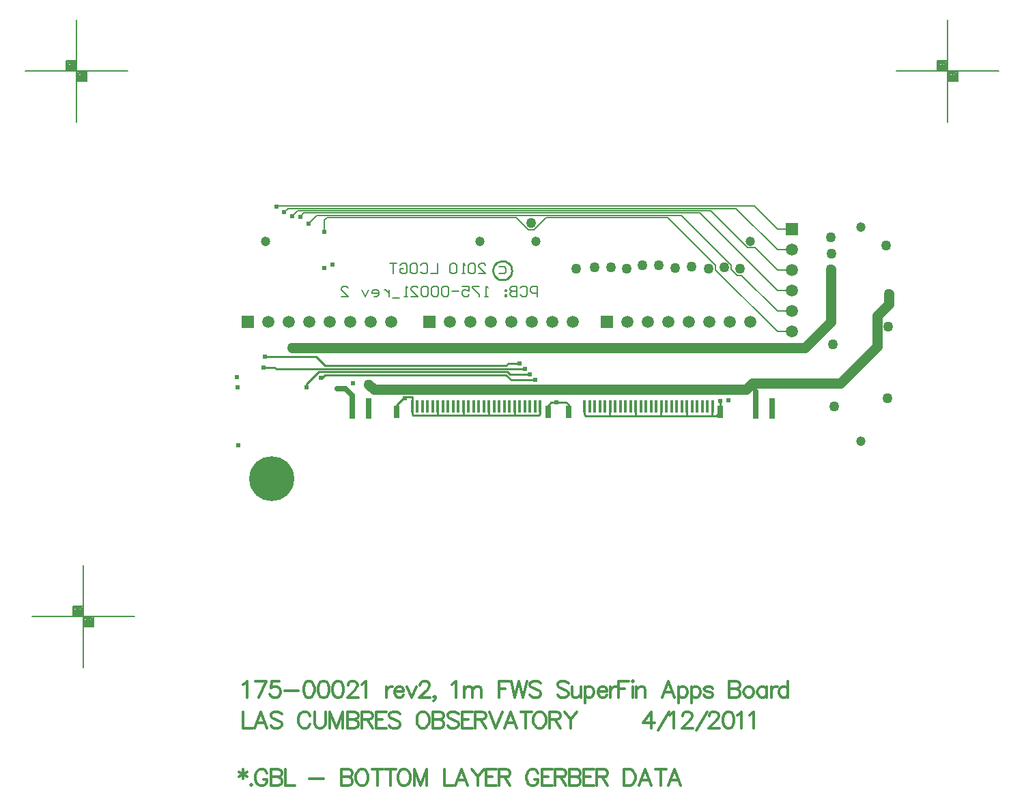
<source format=gbl>
%FSLAX23Y23*%
%MOIN*%
G70*
G01*
G75*
G04 Layer_Physical_Order=4*
G04 Layer_Color=16711680*
%ADD10O,0.079X0.024*%
%ADD11R,0.017X0.045*%
%ADD12R,0.014X0.060*%
%ADD13R,0.030X0.100*%
%ADD14R,0.031X0.060*%
%ADD15R,0.022X0.085*%
%ADD16R,0.085X0.022*%
%ADD17R,0.039X0.059*%
%ADD18C,0.020*%
%ADD19C,0.050*%
%ADD20C,0.010*%
%ADD21C,0.025*%
%ADD22C,0.005*%
%ADD23C,0.006*%
%ADD24C,0.012*%
%ADD25C,0.008*%
%ADD26C,0.012*%
%ADD27C,0.012*%
%ADD28R,0.059X0.059*%
%ADD29C,0.059*%
%ADD30R,0.059X0.059*%
%ADD31C,0.047*%
%ADD32C,0.219*%
%ADD33C,0.050*%
%ADD34C,0.024*%
D12*
X31983Y18603D02*
D03*
X32008D02*
D03*
X32033D02*
D03*
X32058D02*
D03*
X32083D02*
D03*
X32108D02*
D03*
X32133D02*
D03*
X32158D02*
D03*
X32183D02*
D03*
X32208D02*
D03*
X32233D02*
D03*
X32258D02*
D03*
X32283D02*
D03*
X32308D02*
D03*
X32333D02*
D03*
X32358D02*
D03*
X32383D02*
D03*
X32408D02*
D03*
X32433D02*
D03*
X32458D02*
D03*
X32483D02*
D03*
X32508D02*
D03*
X32533D02*
D03*
X32558D02*
D03*
X32583D02*
D03*
X32608D02*
D03*
X32824Y18602D02*
D03*
X32849D02*
D03*
X32874D02*
D03*
X32899D02*
D03*
X32924D02*
D03*
X32949D02*
D03*
X32974D02*
D03*
X32999D02*
D03*
X33024D02*
D03*
X33049D02*
D03*
X33074D02*
D03*
X33099D02*
D03*
X33124D02*
D03*
X33149D02*
D03*
X33174D02*
D03*
X33199D02*
D03*
X33224D02*
D03*
X33249D02*
D03*
X33274D02*
D03*
X33299D02*
D03*
X33324D02*
D03*
X33349D02*
D03*
X33374D02*
D03*
X33399D02*
D03*
X33424D02*
D03*
X33449D02*
D03*
D13*
X33740Y18593D02*
D03*
X33661D02*
D03*
X31770Y18593D02*
D03*
X31691D02*
D03*
D14*
X32646Y18575D02*
D03*
X31906D02*
D03*
X32746D02*
D03*
X33486D02*
D03*
D19*
X31771Y18710D02*
X31795Y18686D01*
X33612D01*
X33644Y18717D01*
X34073D01*
X34252Y18897D01*
Y19046D01*
X34310Y19104D01*
Y19153D01*
X31398Y18889D02*
X33900D01*
X34028Y19017D01*
Y19272D01*
D20*
X32469Y19267D02*
X32468Y19277D01*
X32465Y19286D01*
X32460Y19295D01*
X32453Y19302D01*
X32445Y19307D01*
X32436Y19311D01*
X32426Y19313D01*
X32416Y19312D01*
X32406Y19310D01*
X32397Y19305D01*
X32390Y19298D01*
X32384Y19291D01*
X32380Y19281D01*
X32378Y19272D01*
Y19262D01*
X32380Y19252D01*
X32384Y19243D01*
X32390Y19235D01*
X32397Y19229D01*
X32406Y19224D01*
X32416Y19221D01*
X32426Y19221D01*
X32436Y19222D01*
X32445Y19226D01*
X32453Y19232D01*
X32460Y19239D01*
X32465Y19247D01*
X32468Y19257D01*
X32469Y19267D01*
X31557Y18801D02*
X32441D01*
X31557Y18756D02*
X32441D01*
X31317Y18786D02*
X32533D01*
X32453Y18813D02*
X32507D01*
X32441Y18801D02*
X32453Y18813D01*
X32482Y18560D02*
X32600D01*
X32359D02*
X32482D01*
X32483Y18560D01*
Y18602D01*
X32358Y18561D02*
X32359Y18560D01*
X32233D02*
X32359D01*
X32358Y18561D02*
Y18602D01*
X32233Y18560D02*
X32233Y18560D01*
X32106D02*
X32233D01*
X32233Y18560D02*
Y18602D01*
X32106Y18560D02*
X32108Y18561D01*
X31986Y18560D02*
X32106D01*
X32108Y18561D02*
Y18602D01*
X31982Y18601D02*
X31983Y18602D01*
X31982Y18564D02*
Y18601D01*
Y18564D02*
X31986Y18560D01*
X32600D02*
X32608Y18567D01*
Y18602D01*
X32685Y18621D02*
X32733D01*
X32734Y18622D01*
X32745Y18611D01*
X32660Y18621D02*
X32685D01*
X32645Y18606D02*
X32660Y18621D01*
X33485Y18629D02*
X33485Y18629D01*
X32948Y18557D02*
X33073D01*
X32829D02*
X32948D01*
X32948Y18557D02*
X32948Y18557D01*
X33073Y18557D02*
X33073Y18557D01*
X33198D01*
X33198Y18557D02*
X33198Y18557D01*
X33325D01*
X33323Y18559D02*
X33325Y18557D01*
X33449D01*
X33448Y18558D02*
X33449Y18557D01*
X33467D01*
X32823Y18563D02*
X32829Y18557D01*
X33467D02*
X33485Y18575D01*
X31537Y18741D02*
X31542D01*
X31557Y18756D01*
X31257Y18791D02*
X31312D01*
X31317Y18786D01*
X31262Y18846D02*
X31512D01*
X31557Y18801D01*
X31527Y18771D02*
X32447D01*
X32459Y18759D01*
X31467Y18711D02*
X31527Y18771D01*
X31467Y18696D02*
Y18711D01*
X32459Y18759D02*
X32558D01*
X32441Y18756D02*
X32465Y18732D01*
X32583D01*
X31905Y18575D02*
Y18609D01*
X31945Y18648D01*
X31983D01*
Y18602D02*
Y18648D01*
X32745Y18575D02*
Y18611D01*
X32948Y18557D02*
Y18603D01*
X33073Y18557D02*
Y18603D01*
X32823Y18563D02*
Y18603D01*
X33323Y18559D02*
Y18603D01*
X33198Y18557D02*
Y18603D01*
X33448Y18558D02*
Y18603D01*
X33485Y18575D02*
Y18629D01*
D21*
X33661Y18675D02*
X33661Y18675D01*
Y18593D02*
Y18675D01*
X31617Y18690D02*
X31658D01*
X31691Y18657D01*
Y18593D02*
Y18657D01*
D23*
X33765Y19169D02*
X33838D01*
X33765Y19069D02*
X33838D01*
X33765Y18969D02*
X33838D01*
X33765Y19269D02*
X33838D01*
X33765Y19369D02*
X33838D01*
X33765Y19469D02*
X33838D01*
X33653Y19581D02*
X33765Y19469D01*
X31321Y19581D02*
X33653D01*
X31320Y19580D02*
X31321Y19581D01*
X33564Y19570D02*
X33765Y19369D01*
X31375Y19570D02*
X33564D01*
X31358Y19553D02*
X31375Y19570D01*
X33656Y19378D02*
X33765Y19269D01*
X33619Y19378D02*
X33656D01*
X33439Y19559D02*
X33619Y19378D01*
X31423Y19559D02*
X33439D01*
X31397Y19533D02*
X31423Y19559D01*
X33386Y19548D02*
X33765Y19169D01*
X31454Y19548D02*
X33386D01*
X31435Y19529D02*
X31454Y19548D01*
X33591Y19243D02*
X33765Y19069D01*
X33569Y19243D02*
X33591D01*
X33540Y19271D02*
X33569Y19243D01*
X33540Y19271D02*
Y19294D01*
X33298Y19537D02*
X33540Y19294D01*
X31516Y19537D02*
X33298D01*
X31475Y19496D02*
X31516Y19537D01*
X33464Y19270D02*
X33765Y18969D01*
X33464Y19270D02*
Y19291D01*
X33229Y19526D02*
X33464Y19291D01*
X32638Y19526D02*
X33229D01*
X32578Y19466D02*
X32638Y19526D01*
X32551Y19466D02*
X32578D01*
X32491Y19526D02*
X32551Y19466D01*
X31565Y19526D02*
X32491D01*
X31553Y19514D02*
X31565Y19526D01*
X31553Y19456D02*
Y19514D01*
D24*
X31156Y16829D02*
Y16783D01*
X31137Y16817D02*
X31175Y16794D01*
Y16817D02*
X31137Y16794D01*
X31196Y16756D02*
X31192Y16753D01*
X31196Y16749D01*
X31199Y16753D01*
X31196Y16756D01*
X31274Y16810D02*
X31270Y16817D01*
X31263Y16825D01*
X31255Y16829D01*
X31240D01*
X31232Y16825D01*
X31224Y16817D01*
X31221Y16810D01*
X31217Y16798D01*
Y16779D01*
X31221Y16768D01*
X31224Y16760D01*
X31232Y16753D01*
X31240Y16749D01*
X31255D01*
X31263Y16753D01*
X31270Y16760D01*
X31274Y16768D01*
Y16779D01*
X31255D02*
X31274D01*
X31292Y16829D02*
Y16749D01*
Y16829D02*
X31327D01*
X31338Y16825D01*
X31342Y16821D01*
X31346Y16814D01*
Y16806D01*
X31342Y16798D01*
X31338Y16794D01*
X31327Y16791D01*
X31292D02*
X31327D01*
X31338Y16787D01*
X31342Y16783D01*
X31346Y16775D01*
Y16764D01*
X31342Y16756D01*
X31338Y16753D01*
X31327Y16749D01*
X31292D01*
X31363Y16829D02*
Y16749D01*
X31409D01*
X31481Y16783D02*
X31549D01*
X31636Y16829D02*
Y16749D01*
Y16829D02*
X31670D01*
X31682Y16825D01*
X31685Y16821D01*
X31689Y16814D01*
Y16806D01*
X31685Y16798D01*
X31682Y16794D01*
X31670Y16791D01*
X31636D02*
X31670D01*
X31682Y16787D01*
X31685Y16783D01*
X31689Y16775D01*
Y16764D01*
X31685Y16756D01*
X31682Y16753D01*
X31670Y16749D01*
X31636D01*
X31730Y16829D02*
X31722Y16825D01*
X31715Y16817D01*
X31711Y16810D01*
X31707Y16798D01*
Y16779D01*
X31711Y16768D01*
X31715Y16760D01*
X31722Y16753D01*
X31730Y16749D01*
X31745D01*
X31753Y16753D01*
X31760Y16760D01*
X31764Y16768D01*
X31768Y16779D01*
Y16798D01*
X31764Y16810D01*
X31760Y16817D01*
X31753Y16825D01*
X31745Y16829D01*
X31730D01*
X31813D02*
Y16749D01*
X31787Y16829D02*
X31840D01*
X31876D02*
Y16749D01*
X31849Y16829D02*
X31903D01*
X31935D02*
X31928Y16825D01*
X31920Y16817D01*
X31916Y16810D01*
X31912Y16798D01*
Y16779D01*
X31916Y16768D01*
X31920Y16760D01*
X31928Y16753D01*
X31935Y16749D01*
X31950D01*
X31958Y16753D01*
X31966Y16760D01*
X31969Y16768D01*
X31973Y16779D01*
Y16798D01*
X31969Y16810D01*
X31966Y16817D01*
X31958Y16825D01*
X31950Y16829D01*
X31935D01*
X31992D02*
Y16749D01*
Y16829D02*
X32022Y16749D01*
X32053Y16829D02*
X32022Y16749D01*
X32053Y16829D02*
Y16749D01*
X32139Y16829D02*
Y16749D01*
X32184D01*
X32254D02*
X32224Y16829D01*
X32193Y16749D01*
X32204Y16775D02*
X32243D01*
X32273Y16829D02*
X32303Y16791D01*
Y16749D01*
X32334Y16829D02*
X32303Y16791D01*
X32393Y16829D02*
X32344D01*
Y16749D01*
X32393D01*
X32344Y16791D02*
X32374D01*
X32407Y16829D02*
Y16749D01*
Y16829D02*
X32441D01*
X32452Y16825D01*
X32456Y16821D01*
X32460Y16814D01*
Y16806D01*
X32456Y16798D01*
X32452Y16794D01*
X32441Y16791D01*
X32407D01*
X32433D02*
X32460Y16749D01*
X32598Y16810D02*
X32594Y16817D01*
X32586Y16825D01*
X32579Y16829D01*
X32564D01*
X32556Y16825D01*
X32548Y16817D01*
X32545Y16810D01*
X32541Y16798D01*
Y16779D01*
X32545Y16768D01*
X32548Y16760D01*
X32556Y16753D01*
X32564Y16749D01*
X32579D01*
X32586Y16753D01*
X32594Y16760D01*
X32598Y16768D01*
Y16779D01*
X32579D02*
X32598D01*
X32666Y16829D02*
X32616D01*
Y16749D01*
X32666D01*
X32616Y16791D02*
X32647D01*
X32679Y16829D02*
Y16749D01*
Y16829D02*
X32713D01*
X32725Y16825D01*
X32729Y16821D01*
X32732Y16814D01*
Y16806D01*
X32729Y16798D01*
X32725Y16794D01*
X32713Y16791D01*
X32679D01*
X32706D02*
X32732Y16749D01*
X32750Y16829D02*
Y16749D01*
Y16829D02*
X32785D01*
X32796Y16825D01*
X32800Y16821D01*
X32804Y16814D01*
Y16806D01*
X32800Y16798D01*
X32796Y16794D01*
X32785Y16791D01*
X32750D02*
X32785D01*
X32796Y16787D01*
X32800Y16783D01*
X32804Y16775D01*
Y16764D01*
X32800Y16756D01*
X32796Y16753D01*
X32785Y16749D01*
X32750D01*
X32871Y16829D02*
X32821D01*
Y16749D01*
X32871D01*
X32821Y16791D02*
X32852D01*
X32884Y16829D02*
Y16749D01*
Y16829D02*
X32919D01*
X32930Y16825D01*
X32934Y16821D01*
X32938Y16814D01*
Y16806D01*
X32934Y16798D01*
X32930Y16794D01*
X32919Y16791D01*
X32884D01*
X32911D02*
X32938Y16749D01*
X33018Y16829D02*
Y16749D01*
Y16829D02*
X33045D01*
X33056Y16825D01*
X33064Y16817D01*
X33068Y16810D01*
X33072Y16798D01*
Y16779D01*
X33068Y16768D01*
X33064Y16760D01*
X33056Y16753D01*
X33045Y16749D01*
X33018D01*
X33151D02*
X33120Y16829D01*
X33090Y16749D01*
X33101Y16775D02*
X33139D01*
X33196Y16829D02*
Y16749D01*
X33169Y16829D02*
X33223D01*
X33293Y16749D02*
X33263Y16829D01*
X33232Y16749D01*
X33243Y16775D02*
X33282D01*
D25*
X32594Y19140D02*
Y19190D01*
X32569D01*
X32561Y19181D01*
Y19165D01*
X32569Y19156D01*
X32594D01*
X32511Y19181D02*
X32519Y19190D01*
X32536D01*
X32544Y19181D01*
Y19148D01*
X32536Y19140D01*
X32519D01*
X32511Y19148D01*
X32494Y19190D02*
Y19140D01*
X32469D01*
X32461Y19148D01*
Y19156D01*
X32469Y19165D01*
X32494D01*
X32469D01*
X32461Y19173D01*
Y19181D01*
X32469Y19190D01*
X32494D01*
X32444Y19173D02*
X32436D01*
Y19165D01*
X32444D01*
Y19173D01*
Y19148D02*
X32436D01*
Y19140D01*
X32444D01*
Y19148D01*
X32353Y19140D02*
X32336D01*
X32344D01*
Y19190D01*
X32353Y19181D01*
X32311Y19190D02*
X32278D01*
Y19181D01*
X32311Y19148D01*
Y19140D01*
X32228Y19190D02*
X32261D01*
Y19165D01*
X32244Y19173D01*
X32236D01*
X32228Y19165D01*
Y19148D01*
X32236Y19140D01*
X32253D01*
X32261Y19148D01*
X32211Y19165D02*
X32178D01*
X32161Y19181D02*
X32153Y19190D01*
X32136D01*
X32128Y19181D01*
Y19148D01*
X32136Y19140D01*
X32153D01*
X32161Y19148D01*
Y19181D01*
X32111D02*
X32103Y19190D01*
X32086D01*
X32078Y19181D01*
Y19148D01*
X32086Y19140D01*
X32103D01*
X32111Y19148D01*
Y19181D01*
X32061D02*
X32053Y19190D01*
X32036D01*
X32028Y19181D01*
Y19148D01*
X32036Y19140D01*
X32053D01*
X32061Y19148D01*
Y19181D01*
X31978Y19140D02*
X32011D01*
X31978Y19173D01*
Y19181D01*
X31986Y19190D01*
X32003D01*
X32011Y19181D01*
X31961Y19140D02*
X31944D01*
X31953D01*
Y19190D01*
X31961Y19181D01*
X31919Y19131D02*
X31886D01*
X31869Y19173D02*
Y19140D01*
Y19156D01*
X31861Y19165D01*
X31853Y19173D01*
X31845D01*
X31795Y19140D02*
X31811D01*
X31820Y19148D01*
Y19165D01*
X31811Y19173D01*
X31795D01*
X31786Y19165D01*
Y19156D01*
X31820D01*
X31770Y19173D02*
X31753Y19140D01*
X31736Y19173D01*
X31636Y19140D02*
X31670D01*
X31636Y19173D01*
Y19181D01*
X31645Y19190D01*
X31661D01*
X31670Y19181D01*
X32408Y19285D02*
X32433D01*
X32441Y19277D01*
Y19260D01*
X32433Y19252D01*
X32408D01*
X32308D02*
X32341D01*
X32308Y19285D01*
Y19293D01*
X32316Y19302D01*
X32333D01*
X32341Y19293D01*
X32291D02*
X32283Y19302D01*
X32266D01*
X32258Y19293D01*
Y19260D01*
X32266Y19252D01*
X32283D01*
X32291Y19260D01*
Y19293D01*
X32241Y19252D02*
X32225D01*
X32233D01*
Y19302D01*
X32241Y19293D01*
X32200D02*
X32191Y19302D01*
X32175D01*
X32166Y19293D01*
Y19260D01*
X32175Y19252D01*
X32191D01*
X32200Y19260D01*
Y19293D01*
X32107Y19302D02*
Y19252D01*
X32074D01*
X32024Y19293D02*
X32032Y19302D01*
X32049D01*
X32057Y19293D01*
Y19260D01*
X32049Y19252D01*
X32032D01*
X32024Y19260D01*
X31982Y19302D02*
X31999D01*
X32007Y19293D01*
Y19260D01*
X31999Y19252D01*
X31982D01*
X31974Y19260D01*
Y19293D01*
X31982Y19302D01*
X31924Y19293D02*
X31932Y19302D01*
X31949D01*
X31957Y19293D01*
Y19260D01*
X31949Y19252D01*
X31932D01*
X31924Y19260D01*
Y19277D01*
X31941D01*
X31907Y19302D02*
X31874D01*
X31891D01*
Y19252D01*
X34567Y20268D02*
X34577D01*
X34567Y20263D02*
Y20273D01*
Y20263D02*
X34577D01*
Y20273D01*
X34567D02*
X34577D01*
X34562Y20258D02*
Y20273D01*
Y20258D02*
X34582D01*
Y20278D01*
X34562D02*
X34582D01*
X34557Y20253D02*
Y20278D01*
Y20253D02*
X34587D01*
Y20283D01*
X34557D02*
X34587D01*
X34552Y20248D02*
Y20288D01*
Y20248D02*
X34592D01*
Y20288D01*
X34552D02*
X34592D01*
X34617Y20218D02*
X34627D01*
X34617Y20213D02*
Y20223D01*
Y20213D02*
X34627D01*
Y20223D01*
X34617D02*
X34627D01*
X34612Y20208D02*
Y20223D01*
Y20208D02*
X34632D01*
Y20228D01*
X34612D02*
X34632D01*
X34607Y20203D02*
Y20228D01*
Y20203D02*
X34637D01*
Y20233D01*
X34607D02*
X34637D01*
X34602Y20198D02*
Y20238D01*
Y20198D02*
X34642D01*
Y20238D01*
X34602D02*
X34642D01*
X34597Y20193D02*
X34647D01*
Y20243D01*
X34547Y20293D02*
X34597D01*
X34547Y20243D02*
Y20293D01*
X34597Y19993D02*
Y20493D01*
X34347Y20243D02*
X34847D01*
X30346Y17600D02*
X30356D01*
X30346Y17595D02*
Y17605D01*
Y17595D02*
X30356D01*
Y17605D01*
X30346D02*
X30356D01*
X30341Y17590D02*
Y17605D01*
Y17590D02*
X30361D01*
Y17610D01*
X30341D02*
X30361D01*
X30336Y17585D02*
Y17610D01*
Y17585D02*
X30366D01*
Y17615D01*
X30336D02*
X30366D01*
X30331Y17580D02*
Y17620D01*
Y17580D02*
X30371D01*
Y17620D01*
X30331D02*
X30371D01*
X30396Y17550D02*
X30406D01*
X30396Y17545D02*
Y17555D01*
Y17545D02*
X30406D01*
Y17555D01*
X30396D02*
X30406D01*
X30391Y17540D02*
Y17555D01*
Y17540D02*
X30411D01*
Y17560D01*
X30391D02*
X30411D01*
X30386Y17535D02*
Y17560D01*
Y17535D02*
X30416D01*
Y17565D01*
X30386D02*
X30416D01*
X30381Y17530D02*
Y17570D01*
Y17530D02*
X30421D01*
Y17570D01*
X30381D02*
X30421D01*
X30376Y17525D02*
X30426D01*
Y17575D01*
X30326Y17625D02*
X30376D01*
X30326Y17575D02*
Y17625D01*
X30376Y17325D02*
Y17825D01*
X30126Y17575D02*
X30626D01*
X30313Y20268D02*
X30323D01*
X30313Y20263D02*
Y20273D01*
Y20263D02*
X30323D01*
Y20273D01*
X30313D02*
X30323D01*
X30308Y20258D02*
Y20273D01*
Y20258D02*
X30328D01*
Y20278D01*
X30308D02*
X30328D01*
X30303Y20253D02*
Y20278D01*
Y20253D02*
X30333D01*
Y20283D01*
X30303D02*
X30333D01*
X30298Y20248D02*
Y20288D01*
Y20248D02*
X30338D01*
Y20288D01*
X30298D02*
X30338D01*
X30363Y20218D02*
X30373D01*
X30363Y20213D02*
Y20223D01*
Y20213D02*
X30373D01*
Y20223D01*
X30363D02*
X30373D01*
X30358Y20208D02*
Y20223D01*
Y20208D02*
X30378D01*
Y20228D01*
X30358D02*
X30378D01*
X30353Y20203D02*
Y20228D01*
Y20203D02*
X30383D01*
Y20233D01*
X30353D02*
X30383D01*
X30348Y20198D02*
Y20238D01*
Y20198D02*
X30388D01*
Y20238D01*
X30348D02*
X30388D01*
X30343Y20193D02*
X30393D01*
Y20243D01*
X30293Y20293D02*
X30343D01*
X30293Y20243D02*
Y20293D01*
X30343Y19993D02*
Y20493D01*
X30093Y20243D02*
X30593D01*
D26*
X31158Y17109D02*
Y17029D01*
X31204D01*
X31274D02*
X31243Y17109D01*
X31213Y17029D01*
X31224Y17056D02*
X31262D01*
X31346Y17098D02*
X31338Y17106D01*
X31327Y17109D01*
X31311D01*
X31300Y17106D01*
X31292Y17098D01*
Y17090D01*
X31296Y17083D01*
X31300Y17079D01*
X31308Y17075D01*
X31330Y17067D01*
X31338Y17064D01*
X31342Y17060D01*
X31346Y17052D01*
Y17041D01*
X31338Y17033D01*
X31327Y17029D01*
X31311D01*
X31300Y17033D01*
X31292Y17041D01*
X31484Y17090D02*
X31480Y17098D01*
X31472Y17106D01*
X31465Y17109D01*
X31449D01*
X31442Y17106D01*
X31434Y17098D01*
X31430Y17090D01*
X31426Y17079D01*
Y17060D01*
X31430Y17048D01*
X31434Y17041D01*
X31442Y17033D01*
X31449Y17029D01*
X31465D01*
X31472Y17033D01*
X31480Y17041D01*
X31484Y17048D01*
X31506Y17109D02*
Y17052D01*
X31510Y17041D01*
X31517Y17033D01*
X31529Y17029D01*
X31536D01*
X31548Y17033D01*
X31556Y17041D01*
X31559Y17052D01*
Y17109D01*
X31581D02*
Y17029D01*
Y17109D02*
X31612Y17029D01*
X31642Y17109D02*
X31612Y17029D01*
X31642Y17109D02*
Y17029D01*
X31665Y17109D02*
Y17029D01*
Y17109D02*
X31700D01*
X31711Y17106D01*
X31715Y17102D01*
X31719Y17094D01*
Y17086D01*
X31715Y17079D01*
X31711Y17075D01*
X31700Y17071D01*
X31665D02*
X31700D01*
X31711Y17067D01*
X31715Y17064D01*
X31719Y17056D01*
Y17045D01*
X31715Y17037D01*
X31711Y17033D01*
X31700Y17029D01*
X31665D01*
X31736Y17109D02*
Y17029D01*
Y17109D02*
X31771D01*
X31782Y17106D01*
X31786Y17102D01*
X31790Y17094D01*
Y17086D01*
X31786Y17079D01*
X31782Y17075D01*
X31771Y17071D01*
X31736D01*
X31763D02*
X31790Y17029D01*
X31857Y17109D02*
X31808D01*
Y17029D01*
X31857D01*
X31808Y17071D02*
X31838D01*
X31924Y17098D02*
X31916Y17106D01*
X31905Y17109D01*
X31890D01*
X31878Y17106D01*
X31871Y17098D01*
Y17090D01*
X31874Y17083D01*
X31878Y17079D01*
X31886Y17075D01*
X31909Y17067D01*
X31916Y17064D01*
X31920Y17060D01*
X31924Y17052D01*
Y17041D01*
X31916Y17033D01*
X31905Y17029D01*
X31890D01*
X31878Y17033D01*
X31871Y17041D01*
X32027Y17109D02*
X32020Y17106D01*
X32012Y17098D01*
X32008Y17090D01*
X32005Y17079D01*
Y17060D01*
X32008Y17048D01*
X32012Y17041D01*
X32020Y17033D01*
X32027Y17029D01*
X32043D01*
X32050Y17033D01*
X32058Y17041D01*
X32062Y17048D01*
X32066Y17060D01*
Y17079D01*
X32062Y17090D01*
X32058Y17098D01*
X32050Y17106D01*
X32043Y17109D01*
X32027D01*
X32084D02*
Y17029D01*
Y17109D02*
X32118D01*
X32130Y17106D01*
X32134Y17102D01*
X32138Y17094D01*
Y17086D01*
X32134Y17079D01*
X32130Y17075D01*
X32118Y17071D01*
X32084D02*
X32118D01*
X32130Y17067D01*
X32134Y17064D01*
X32138Y17056D01*
Y17045D01*
X32134Y17037D01*
X32130Y17033D01*
X32118Y17029D01*
X32084D01*
X32209Y17098D02*
X32201Y17106D01*
X32190Y17109D01*
X32174D01*
X32163Y17106D01*
X32155Y17098D01*
Y17090D01*
X32159Y17083D01*
X32163Y17079D01*
X32171Y17075D01*
X32193Y17067D01*
X32201Y17064D01*
X32205Y17060D01*
X32209Y17052D01*
Y17041D01*
X32201Y17033D01*
X32190Y17029D01*
X32174D01*
X32163Y17033D01*
X32155Y17041D01*
X32276Y17109D02*
X32227D01*
Y17029D01*
X32276D01*
X32227Y17071D02*
X32257D01*
X32289Y17109D02*
Y17029D01*
Y17109D02*
X32324D01*
X32335Y17106D01*
X32339Y17102D01*
X32343Y17094D01*
Y17086D01*
X32339Y17079D01*
X32335Y17075D01*
X32324Y17071D01*
X32289D01*
X32316D02*
X32343Y17029D01*
X32361Y17109D02*
X32391Y17029D01*
X32422Y17109D02*
X32391Y17029D01*
X32493D02*
X32462Y17109D01*
X32432Y17029D01*
X32443Y17056D02*
X32481D01*
X32538Y17109D02*
Y17029D01*
X32512Y17109D02*
X32565D01*
X32597D02*
X32590Y17106D01*
X32582Y17098D01*
X32578Y17090D01*
X32574Y17079D01*
Y17060D01*
X32578Y17048D01*
X32582Y17041D01*
X32590Y17033D01*
X32597Y17029D01*
X32612D01*
X32620Y17033D01*
X32628Y17041D01*
X32632Y17048D01*
X32635Y17060D01*
Y17079D01*
X32632Y17090D01*
X32628Y17098D01*
X32620Y17106D01*
X32612Y17109D01*
X32597D01*
X32654D02*
Y17029D01*
Y17109D02*
X32688D01*
X32700Y17106D01*
X32703Y17102D01*
X32707Y17094D01*
Y17086D01*
X32703Y17079D01*
X32700Y17075D01*
X32688Y17071D01*
X32654D01*
X32681D02*
X32707Y17029D01*
X32725Y17109D02*
X32756Y17071D01*
Y17029D01*
X32786Y17109D02*
X32756Y17071D01*
X33149Y17109D02*
X33111Y17056D01*
X33168D01*
X33149Y17109D02*
Y17029D01*
X33182Y17018D02*
X33235Y17109D01*
X33241Y17094D02*
X33248Y17098D01*
X33260Y17109D01*
Y17029D01*
X33303Y17090D02*
Y17094D01*
X33307Y17102D01*
X33311Y17106D01*
X33318Y17109D01*
X33333D01*
X33341Y17106D01*
X33345Y17102D01*
X33349Y17094D01*
Y17086D01*
X33345Y17079D01*
X33337Y17067D01*
X33299Y17029D01*
X33352D01*
X33370Y17018D02*
X33424Y17109D01*
X33433Y17090D02*
Y17094D01*
X33437Y17102D01*
X33440Y17106D01*
X33448Y17109D01*
X33463D01*
X33471Y17106D01*
X33475Y17102D01*
X33479Y17094D01*
Y17086D01*
X33475Y17079D01*
X33467Y17067D01*
X33429Y17029D01*
X33482D01*
X33523Y17109D02*
X33512Y17106D01*
X33504Y17094D01*
X33500Y17075D01*
Y17064D01*
X33504Y17045D01*
X33512Y17033D01*
X33523Y17029D01*
X33531D01*
X33542Y17033D01*
X33550Y17045D01*
X33554Y17064D01*
Y17075D01*
X33550Y17094D01*
X33542Y17106D01*
X33531Y17109D01*
X33523D01*
X33571Y17094D02*
X33579Y17098D01*
X33591Y17109D01*
Y17029D01*
X33630Y17094D02*
X33638Y17098D01*
X33649Y17109D01*
Y17029D01*
D27*
X31158Y17244D02*
X31166Y17248D01*
X31177Y17259D01*
Y17179D01*
X31270Y17259D02*
X31232Y17179D01*
X31217Y17259D02*
X31270D01*
X31334D02*
X31296D01*
X31292Y17225D01*
X31296Y17229D01*
X31307Y17233D01*
X31319D01*
X31330Y17229D01*
X31338Y17221D01*
X31341Y17210D01*
Y17202D01*
X31338Y17191D01*
X31330Y17183D01*
X31319Y17179D01*
X31307D01*
X31296Y17183D01*
X31292Y17187D01*
X31288Y17195D01*
X31359Y17214D02*
X31428D01*
X31474Y17259D02*
X31463Y17256D01*
X31455Y17244D01*
X31452Y17225D01*
Y17214D01*
X31455Y17195D01*
X31463Y17183D01*
X31474Y17179D01*
X31482D01*
X31493Y17183D01*
X31501Y17195D01*
X31505Y17214D01*
Y17225D01*
X31501Y17244D01*
X31493Y17256D01*
X31482Y17259D01*
X31474D01*
X31546D02*
X31534Y17256D01*
X31527Y17244D01*
X31523Y17225D01*
Y17214D01*
X31527Y17195D01*
X31534Y17183D01*
X31546Y17179D01*
X31553D01*
X31565Y17183D01*
X31572Y17195D01*
X31576Y17214D01*
Y17225D01*
X31572Y17244D01*
X31565Y17256D01*
X31553Y17259D01*
X31546D01*
X31617D02*
X31605Y17256D01*
X31598Y17244D01*
X31594Y17225D01*
Y17214D01*
X31598Y17195D01*
X31605Y17183D01*
X31617Y17179D01*
X31624D01*
X31636Y17183D01*
X31644Y17195D01*
X31647Y17214D01*
Y17225D01*
X31644Y17244D01*
X31636Y17256D01*
X31624Y17259D01*
X31617D01*
X31669Y17240D02*
Y17244D01*
X31673Y17252D01*
X31677Y17256D01*
X31684Y17259D01*
X31700D01*
X31707Y17256D01*
X31711Y17252D01*
X31715Y17244D01*
Y17237D01*
X31711Y17229D01*
X31703Y17217D01*
X31665Y17179D01*
X31719D01*
X31736Y17244D02*
X31744Y17248D01*
X31755Y17259D01*
Y17179D01*
X31858Y17233D02*
Y17179D01*
Y17210D02*
X31862Y17221D01*
X31869Y17229D01*
X31877Y17233D01*
X31888D01*
X31896Y17210D02*
X31941D01*
Y17217D01*
X31938Y17225D01*
X31934Y17229D01*
X31926Y17233D01*
X31915D01*
X31907Y17229D01*
X31899Y17221D01*
X31896Y17210D01*
Y17202D01*
X31899Y17191D01*
X31907Y17183D01*
X31915Y17179D01*
X31926D01*
X31934Y17183D01*
X31941Y17191D01*
X31958Y17233D02*
X31981Y17179D01*
X32004Y17233D02*
X31981Y17179D01*
X32021Y17240D02*
Y17244D01*
X32025Y17252D01*
X32029Y17256D01*
X32036Y17259D01*
X32051D01*
X32059Y17256D01*
X32063Y17252D01*
X32067Y17244D01*
Y17237D01*
X32063Y17229D01*
X32055Y17217D01*
X32017Y17179D01*
X32070D01*
X32096Y17183D02*
X32092Y17179D01*
X32088Y17183D01*
X32092Y17187D01*
X32096Y17183D01*
Y17176D01*
X32092Y17168D01*
X32088Y17164D01*
X32176Y17244D02*
X32184Y17248D01*
X32195Y17259D01*
Y17179D01*
X32235Y17233D02*
Y17179D01*
Y17217D02*
X32246Y17229D01*
X32254Y17233D01*
X32265D01*
X32273Y17229D01*
X32277Y17217D01*
Y17179D01*
Y17217D02*
X32288Y17229D01*
X32296Y17233D01*
X32307D01*
X32315Y17229D01*
X32319Y17217D01*
Y17179D01*
X32407Y17259D02*
Y17179D01*
Y17259D02*
X32456D01*
X32407Y17221D02*
X32437D01*
X32465Y17259D02*
X32484Y17179D01*
X32504Y17259D02*
X32484Y17179D01*
X32504Y17259D02*
X32523Y17179D01*
X32542Y17259D02*
X32523Y17179D01*
X32611Y17248D02*
X32603Y17256D01*
X32592Y17259D01*
X32577D01*
X32565Y17256D01*
X32558Y17248D01*
Y17240D01*
X32561Y17233D01*
X32565Y17229D01*
X32573Y17225D01*
X32596Y17217D01*
X32603Y17214D01*
X32607Y17210D01*
X32611Y17202D01*
Y17191D01*
X32603Y17183D01*
X32592Y17179D01*
X32577D01*
X32565Y17183D01*
X32558Y17191D01*
X32745Y17248D02*
X32737Y17256D01*
X32726Y17259D01*
X32711D01*
X32699Y17256D01*
X32692Y17248D01*
Y17240D01*
X32695Y17233D01*
X32699Y17229D01*
X32707Y17225D01*
X32730Y17217D01*
X32737Y17214D01*
X32741Y17210D01*
X32745Y17202D01*
Y17191D01*
X32737Y17183D01*
X32726Y17179D01*
X32711D01*
X32699Y17183D01*
X32692Y17191D01*
X32763Y17233D02*
Y17195D01*
X32767Y17183D01*
X32774Y17179D01*
X32786D01*
X32793Y17183D01*
X32805Y17195D01*
Y17233D02*
Y17179D01*
X32826Y17233D02*
Y17153D01*
Y17221D02*
X32833Y17229D01*
X32841Y17233D01*
X32852D01*
X32860Y17229D01*
X32868Y17221D01*
X32871Y17210D01*
Y17202D01*
X32868Y17191D01*
X32860Y17183D01*
X32852Y17179D01*
X32841D01*
X32833Y17183D01*
X32826Y17191D01*
X32889Y17210D02*
X32934D01*
Y17217D01*
X32930Y17225D01*
X32927Y17229D01*
X32919Y17233D01*
X32908D01*
X32900Y17229D01*
X32892Y17221D01*
X32889Y17210D01*
Y17202D01*
X32892Y17191D01*
X32900Y17183D01*
X32908Y17179D01*
X32919D01*
X32927Y17183D01*
X32934Y17191D01*
X32951Y17233D02*
Y17179D01*
Y17210D02*
X32955Y17221D01*
X32963Y17229D01*
X32970Y17233D01*
X32982D01*
X32989Y17259D02*
Y17179D01*
Y17259D02*
X33039D01*
X32989Y17221D02*
X33020D01*
X33055Y17259D02*
X33059Y17256D01*
X33063Y17259D01*
X33059Y17263D01*
X33055Y17259D01*
X33059Y17233D02*
Y17179D01*
X33077Y17233D02*
Y17179D01*
Y17217D02*
X33089Y17229D01*
X33096Y17233D01*
X33108D01*
X33115Y17229D01*
X33119Y17217D01*
Y17179D01*
X33264D02*
X33233Y17259D01*
X33203Y17179D01*
X33214Y17206D02*
X33252D01*
X33282Y17233D02*
Y17153D01*
Y17221D02*
X33290Y17229D01*
X33298Y17233D01*
X33309D01*
X33317Y17229D01*
X33324Y17221D01*
X33328Y17210D01*
Y17202D01*
X33324Y17191D01*
X33317Y17183D01*
X33309Y17179D01*
X33298D01*
X33290Y17183D01*
X33282Y17191D01*
X33345Y17233D02*
Y17153D01*
Y17221D02*
X33353Y17229D01*
X33360Y17233D01*
X33372D01*
X33380Y17229D01*
X33387Y17221D01*
X33391Y17210D01*
Y17202D01*
X33387Y17191D01*
X33380Y17183D01*
X33372Y17179D01*
X33360D01*
X33353Y17183D01*
X33345Y17191D01*
X33450Y17221D02*
X33446Y17229D01*
X33435Y17233D01*
X33423D01*
X33412Y17229D01*
X33408Y17221D01*
X33412Y17214D01*
X33420Y17210D01*
X33439Y17206D01*
X33446Y17202D01*
X33450Y17195D01*
Y17191D01*
X33446Y17183D01*
X33435Y17179D01*
X33423D01*
X33412Y17183D01*
X33408Y17191D01*
X33530Y17259D02*
Y17179D01*
Y17259D02*
X33564D01*
X33575Y17256D01*
X33579Y17252D01*
X33583Y17244D01*
Y17237D01*
X33579Y17229D01*
X33575Y17225D01*
X33564Y17221D01*
X33530D02*
X33564D01*
X33575Y17217D01*
X33579Y17214D01*
X33583Y17206D01*
Y17195D01*
X33579Y17187D01*
X33575Y17183D01*
X33564Y17179D01*
X33530D01*
X33620Y17233D02*
X33612Y17229D01*
X33605Y17221D01*
X33601Y17210D01*
Y17202D01*
X33605Y17191D01*
X33612Y17183D01*
X33620Y17179D01*
X33631D01*
X33639Y17183D01*
X33647Y17191D01*
X33650Y17202D01*
Y17210D01*
X33647Y17221D01*
X33639Y17229D01*
X33631Y17233D01*
X33620D01*
X33714D02*
Y17179D01*
Y17221D02*
X33706Y17229D01*
X33698Y17233D01*
X33687D01*
X33679Y17229D01*
X33672Y17221D01*
X33668Y17210D01*
Y17202D01*
X33672Y17191D01*
X33679Y17183D01*
X33687Y17179D01*
X33698D01*
X33706Y17183D01*
X33714Y17191D01*
X33735Y17233D02*
Y17179D01*
Y17210D02*
X33739Y17221D01*
X33746Y17229D01*
X33754Y17233D01*
X33765D01*
X33818Y17259D02*
Y17179D01*
Y17221D02*
X33811Y17229D01*
X33803Y17233D01*
X33792D01*
X33784Y17229D01*
X33776Y17221D01*
X33773Y17210D01*
Y17202D01*
X33776Y17191D01*
X33784Y17183D01*
X33792Y17179D01*
X33803D01*
X33811Y17183D01*
X33818Y17191D01*
D28*
X32066Y19016D02*
D03*
X32932D02*
D03*
X31180D02*
D03*
D29*
X32166D02*
D03*
X32266D02*
D03*
X32366D02*
D03*
X32466D02*
D03*
X32566D02*
D03*
X32666D02*
D03*
X32766D02*
D03*
X33838Y18969D02*
D03*
Y19069D02*
D03*
Y19169D02*
D03*
Y19269D02*
D03*
Y19369D02*
D03*
X33032Y19016D02*
D03*
X33132D02*
D03*
X33232D02*
D03*
X33332D02*
D03*
X33432D02*
D03*
X33532D02*
D03*
X33632D02*
D03*
X31280D02*
D03*
X31380D02*
D03*
X31480D02*
D03*
X31580D02*
D03*
X31680D02*
D03*
X31780D02*
D03*
X31880D02*
D03*
D30*
X33838Y19469D02*
D03*
D31*
X32587Y19410D02*
D03*
X33632D02*
D03*
X34172Y18434D02*
D03*
Y19480D02*
D03*
X32313Y19410D02*
D03*
X31268D02*
D03*
D32*
X31298Y18250D02*
D03*
D33*
X33267Y19279D02*
D03*
X33507Y19281D02*
D03*
X33431Y19277D02*
D03*
X33031Y19277D02*
D03*
X32782Y19276D02*
D03*
X31771Y18710D02*
D03*
X32564Y19499D02*
D03*
X31398Y18889D02*
D03*
X33582Y19276D02*
D03*
X33346Y19287D02*
D03*
X33187Y19291D02*
D03*
X33107D02*
D03*
X32952Y19281D02*
D03*
X32872Y19281D02*
D03*
X34042Y18601D02*
D03*
X34302Y18641D02*
D03*
X34037Y18906D02*
D03*
X34307Y18991D02*
D03*
X34298Y19390D02*
D03*
X34031Y19350D02*
D03*
X34027Y19429D02*
D03*
X34310Y19153D02*
D03*
X34028Y19272D02*
D03*
D34*
X33661Y18675D02*
D03*
X31617Y18690D02*
D03*
X31694Y18715D02*
D03*
X31945Y18643D02*
D03*
X32507Y18813D02*
D03*
X32534Y18786D02*
D03*
X32583Y18732D02*
D03*
X31132Y18411D02*
D03*
X31129Y18695D02*
D03*
X31128Y18746D02*
D03*
X32685Y18621D02*
D03*
X33525Y18631D02*
D03*
X33485Y18629D02*
D03*
X31537Y18741D02*
D03*
X31257Y18791D02*
D03*
X31262Y18846D02*
D03*
X32558Y18759D02*
D03*
X31467Y18696D02*
D03*
X31594Y19295D02*
D03*
X31554Y19279D02*
D03*
X31320Y19580D02*
D03*
X31358Y19553D02*
D03*
X31397Y19533D02*
D03*
X31435Y19529D02*
D03*
X31475Y19496D02*
D03*
X31553Y19456D02*
D03*
M02*

</source>
